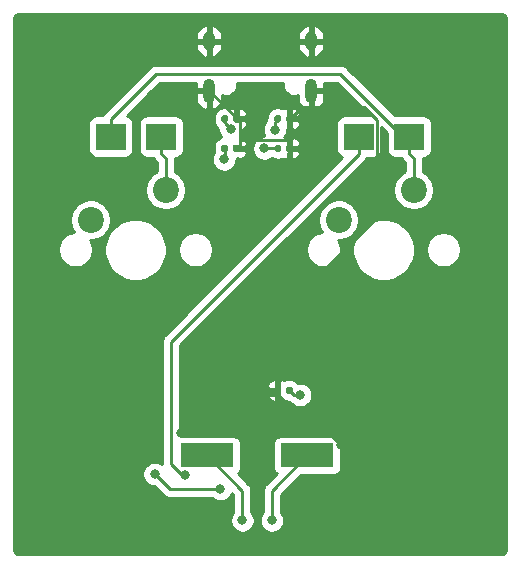
<source format=gbr>
%TF.GenerationSoftware,KiCad,Pcbnew,(5.1.12)-1*%
%TF.CreationDate,2024-08-07T21:15:05+08:00*%
%TF.ProjectId,BKL2xP,424b4c32-7850-42e6-9b69-6361645f7063,1.0*%
%TF.SameCoordinates,Original*%
%TF.FileFunction,Copper,L2,Bot*%
%TF.FilePolarity,Positive*%
%FSLAX46Y46*%
G04 Gerber Fmt 4.6, Leading zero omitted, Abs format (unit mm)*
G04 Created by KiCad (PCBNEW (5.1.12)-1) date 2024-08-07 21:15:05*
%MOMM*%
%LPD*%
G01*
G04 APERTURE LIST*
%TA.AperFunction,SMDPad,CuDef*%
%ADD10R,2.500000X2.300000*%
%TD*%
%TA.AperFunction,ComponentPad*%
%ADD11O,1.000000X2.100000*%
%TD*%
%TA.AperFunction,ComponentPad*%
%ADD12O,1.000000X1.600000*%
%TD*%
%TA.AperFunction,ComponentPad*%
%ADD13C,2.200000*%
%TD*%
%TA.AperFunction,SMDPad,CuDef*%
%ADD14R,4.500000X2.000000*%
%TD*%
%TA.AperFunction,ViaPad*%
%ADD15C,0.800000*%
%TD*%
%TA.AperFunction,Conductor*%
%ADD16C,0.250000*%
%TD*%
%TA.AperFunction,Conductor*%
%ADD17C,0.254000*%
%TD*%
%TA.AperFunction,Conductor*%
%ADD18C,0.100000*%
%TD*%
G04 APERTURE END LIST*
%TO.P,C8,2*%
%TO.N,GND*%
%TA.AperFunction,SMDPad,CuDef*%
G36*
G01*
X147680000Y-84670000D02*
X147680000Y-84330000D01*
G75*
G02*
X147820000Y-84190000I140000J0D01*
G01*
X148100000Y-84190000D01*
G75*
G02*
X148240000Y-84330000I0J-140000D01*
G01*
X148240000Y-84670000D01*
G75*
G02*
X148100000Y-84810000I-140000J0D01*
G01*
X147820000Y-84810000D01*
G75*
G02*
X147680000Y-84670000I0J140000D01*
G01*
G37*
%TD.AperFunction*%
%TO.P,C8,1*%
%TO.N,/DP*%
%TA.AperFunction,SMDPad,CuDef*%
G36*
G01*
X146720000Y-84670000D02*
X146720000Y-84330000D01*
G75*
G02*
X146860000Y-84190000I140000J0D01*
G01*
X147140000Y-84190000D01*
G75*
G02*
X147280000Y-84330000I0J-140000D01*
G01*
X147280000Y-84670000D01*
G75*
G02*
X147140000Y-84810000I-140000J0D01*
G01*
X146860000Y-84810000D01*
G75*
G02*
X146720000Y-84670000I0J140000D01*
G01*
G37*
%TD.AperFunction*%
%TD*%
%TO.P,C7,2*%
%TO.N,GND*%
%TA.AperFunction,SMDPad,CuDef*%
G36*
G01*
X152200000Y-84670000D02*
X152200000Y-84330000D01*
G75*
G02*
X152340000Y-84190000I140000J0D01*
G01*
X152620000Y-84190000D01*
G75*
G02*
X152760000Y-84330000I0J-140000D01*
G01*
X152760000Y-84670000D01*
G75*
G02*
X152620000Y-84810000I-140000J0D01*
G01*
X152340000Y-84810000D01*
G75*
G02*
X152200000Y-84670000I0J140000D01*
G01*
G37*
%TD.AperFunction*%
%TO.P,C7,1*%
%TO.N,/DM*%
%TA.AperFunction,SMDPad,CuDef*%
G36*
G01*
X151240000Y-84670000D02*
X151240000Y-84330000D01*
G75*
G02*
X151380000Y-84190000I140000J0D01*
G01*
X151660000Y-84190000D01*
G75*
G02*
X151800000Y-84330000I0J-140000D01*
G01*
X151800000Y-84670000D01*
G75*
G02*
X151660000Y-84810000I-140000J0D01*
G01*
X151380000Y-84810000D01*
G75*
G02*
X151240000Y-84670000I0J140000D01*
G01*
G37*
%TD.AperFunction*%
%TD*%
%TO.P,C3,2*%
%TO.N,GND*%
%TA.AperFunction,SMDPad,CuDef*%
G36*
G01*
X151800000Y-104830000D02*
X151800000Y-105170000D01*
G75*
G02*
X151660000Y-105310000I-140000J0D01*
G01*
X151380000Y-105310000D01*
G75*
G02*
X151240000Y-105170000I0J140000D01*
G01*
X151240000Y-104830000D01*
G75*
G02*
X151380000Y-104690000I140000J0D01*
G01*
X151660000Y-104690000D01*
G75*
G02*
X151800000Y-104830000I0J-140000D01*
G01*
G37*
%TD.AperFunction*%
%TO.P,C3,1*%
%TO.N,/VB*%
%TA.AperFunction,SMDPad,CuDef*%
G36*
G01*
X152760000Y-104830000D02*
X152760000Y-105170000D01*
G75*
G02*
X152620000Y-105310000I-140000J0D01*
G01*
X152340000Y-105310000D01*
G75*
G02*
X152200000Y-105170000I0J140000D01*
G01*
X152200000Y-104830000D01*
G75*
G02*
X152340000Y-104690000I140000J0D01*
G01*
X152620000Y-104690000D01*
G75*
G02*
X152760000Y-104830000I0J-140000D01*
G01*
G37*
%TD.AperFunction*%
%TD*%
D10*
%TO.P,D1,1*%
%TO.N,Net-(D1-Pad1)*%
X137350000Y-83500000D03*
%TO.P,D1,2*%
%TO.N,Net-(D1-Pad2)*%
X141650000Y-83500000D03*
%TD*%
%TO.P,D2,2*%
%TO.N,Net-(D1-Pad1)*%
X162650000Y-83500000D03*
%TO.P,D2,1*%
%TO.N,/R0*%
X158350000Y-83500000D03*
%TD*%
D11*
%TO.P,J1,S1*%
%TO.N,GND*%
X154320000Y-79605000D03*
X145680000Y-79605000D03*
D12*
X154320000Y-75425000D03*
X145680000Y-75425000D03*
%TD*%
%TO.P,R1,1*%
%TO.N,GND*%
%TA.AperFunction,SMDPad,CuDef*%
G36*
G01*
X152780000Y-81815000D02*
X152780000Y-82185000D01*
G75*
G02*
X152645000Y-82320000I-135000J0D01*
G01*
X152375000Y-82320000D01*
G75*
G02*
X152240000Y-82185000I0J135000D01*
G01*
X152240000Y-81815000D01*
G75*
G02*
X152375000Y-81680000I135000J0D01*
G01*
X152645000Y-81680000D01*
G75*
G02*
X152780000Y-81815000I0J-135000D01*
G01*
G37*
%TD.AperFunction*%
%TO.P,R1,2*%
%TO.N,Net-(J1-PadA5)*%
%TA.AperFunction,SMDPad,CuDef*%
G36*
G01*
X151760000Y-81815000D02*
X151760000Y-82185000D01*
G75*
G02*
X151625000Y-82320000I-135000J0D01*
G01*
X151355000Y-82320000D01*
G75*
G02*
X151220000Y-82185000I0J135000D01*
G01*
X151220000Y-81815000D01*
G75*
G02*
X151355000Y-81680000I135000J0D01*
G01*
X151625000Y-81680000D01*
G75*
G02*
X151760000Y-81815000I0J-135000D01*
G01*
G37*
%TD.AperFunction*%
%TD*%
%TO.P,R2,2*%
%TO.N,Net-(J1-PadB5)*%
%TA.AperFunction,SMDPad,CuDef*%
G36*
G01*
X147270000Y-81815000D02*
X147270000Y-82185000D01*
G75*
G02*
X147135000Y-82320000I-135000J0D01*
G01*
X146865000Y-82320000D01*
G75*
G02*
X146730000Y-82185000I0J135000D01*
G01*
X146730000Y-81815000D01*
G75*
G02*
X146865000Y-81680000I135000J0D01*
G01*
X147135000Y-81680000D01*
G75*
G02*
X147270000Y-81815000I0J-135000D01*
G01*
G37*
%TD.AperFunction*%
%TO.P,R2,1*%
%TO.N,GND*%
%TA.AperFunction,SMDPad,CuDef*%
G36*
G01*
X148290000Y-81815000D02*
X148290000Y-82185000D01*
G75*
G02*
X148155000Y-82320000I-135000J0D01*
G01*
X147885000Y-82320000D01*
G75*
G02*
X147750000Y-82185000I0J135000D01*
G01*
X147750000Y-81815000D01*
G75*
G02*
X147885000Y-81680000I135000J0D01*
G01*
X148155000Y-81680000D01*
G75*
G02*
X148290000Y-81815000I0J-135000D01*
G01*
G37*
%TD.AperFunction*%
%TD*%
D13*
%TO.P,SW1,2*%
%TO.N,/C0*%
X135650000Y-90540000D03*
%TO.P,SW1,1*%
%TO.N,Net-(D1-Pad2)*%
X142000000Y-88000000D03*
%TD*%
%TO.P,SW2,1*%
%TO.N,Net-(D1-Pad1)*%
X163000000Y-88000000D03*
%TO.P,SW2,2*%
%TO.N,/C1*%
X156650000Y-90540000D03*
%TD*%
D14*
%TO.P,Y1,1*%
%TO.N,Net-(C5-Pad1)*%
X145500000Y-110500000D03*
%TO.P,Y1,2*%
%TO.N,Net-(C4-Pad2)*%
X154000000Y-110500000D03*
%TD*%
D15*
%TO.N,GND*%
X143342600Y-108633000D03*
X156879700Y-109638800D03*
%TO.N,/VB*%
X153403800Y-105370600D03*
%TO.N,Net-(C4-Pad2)*%
X151000000Y-116000000D03*
%TO.N,Net-(C5-Pad1)*%
X148500000Y-116000000D03*
%TO.N,/R0*%
X143671400Y-112118300D03*
%TO.N,Net-(J1-PadB5)*%
X147517800Y-82903900D03*
%TO.N,/DP*%
X146955000Y-85436600D03*
%TO.N,/DM*%
X150358700Y-84500000D03*
%TO.N,Net-(J1-PadA5)*%
X151250000Y-82921000D03*
%TO.N,/RST*%
X146641800Y-113345900D03*
X141075300Y-112075300D03*
%TD*%
D16*
%TO.N,GND*%
X145680000Y-79605000D02*
X148020000Y-81945000D01*
X148020000Y-81945000D02*
X148020000Y-82000000D01*
X148020000Y-82000000D02*
X148273300Y-82253300D01*
X148273300Y-82253300D02*
X148273300Y-83770000D01*
X148273300Y-83770000D02*
X148273300Y-84186700D01*
X148273300Y-84186700D02*
X147960000Y-84500000D01*
X152480000Y-83770000D02*
X148273300Y-83770000D01*
X152480000Y-83770000D02*
X152480000Y-84500000D01*
X152510000Y-82000000D02*
X152480000Y-82030000D01*
X152480000Y-82030000D02*
X152480000Y-83770000D01*
X154320000Y-80980300D02*
X153529700Y-80980300D01*
X153529700Y-80980300D02*
X152510000Y-82000000D01*
X151520000Y-105382500D02*
X146593100Y-105382500D01*
X146593100Y-105382500D02*
X143342600Y-108633000D01*
X156879700Y-109638800D02*
X154575300Y-107334400D01*
X154575300Y-107334400D02*
X153471900Y-107334400D01*
X153471900Y-107334400D02*
X151520000Y-105382500D01*
X151520000Y-105382500D02*
X151520000Y-105000000D01*
X151520000Y-105000000D02*
X151520000Y-98731400D01*
X151520000Y-98731400D02*
X159925400Y-90326000D01*
X159925400Y-90326000D02*
X159925400Y-82123100D01*
X159925400Y-82123100D02*
X158782600Y-80980300D01*
X158782600Y-80980300D02*
X154320000Y-80980300D01*
X154320000Y-79605000D02*
X154320000Y-80980300D01*
%TO.N,/VB*%
X152480000Y-105000000D02*
X152850600Y-105370600D01*
X152850600Y-105370600D02*
X153403800Y-105370600D01*
%TO.N,Net-(C4-Pad2)*%
X151000000Y-116000000D02*
X151000000Y-113500000D01*
X151000000Y-113500000D02*
X154000000Y-110500000D01*
%TO.N,Net-(C5-Pad1)*%
X148500000Y-116000000D02*
X148500000Y-113500000D01*
X148500000Y-113500000D02*
X145500000Y-110500000D01*
%TO.N,Net-(D1-Pad1)*%
X137350000Y-83500000D02*
X137350000Y-82024700D01*
X162650000Y-84014700D02*
X156811900Y-78176600D01*
X156811900Y-78176600D02*
X141198100Y-78176600D01*
X141198100Y-78176600D02*
X137350000Y-82024700D01*
X162650000Y-84014700D02*
X162650000Y-84975300D01*
X162650000Y-83500000D02*
X162650000Y-84014700D01*
X163000000Y-88000000D02*
X163000000Y-85325300D01*
X163000000Y-85325300D02*
X162650000Y-84975300D01*
%TO.N,Net-(D1-Pad2)*%
X141650000Y-83500000D02*
X141650000Y-84975300D01*
X142000000Y-88000000D02*
X142000000Y-85325300D01*
X142000000Y-85325300D02*
X141650000Y-84975300D01*
%TO.N,/R0*%
X158350000Y-84975300D02*
X142450900Y-100874400D01*
X142450900Y-100874400D02*
X142450900Y-111214600D01*
X142450900Y-111214600D02*
X143354600Y-112118300D01*
X143354600Y-112118300D02*
X143671400Y-112118300D01*
X158350000Y-83500000D02*
X158350000Y-84975300D01*
%TO.N,Net-(J1-PadB5)*%
X147000000Y-82000000D02*
X147000000Y-82386100D01*
X147000000Y-82386100D02*
X147517800Y-82903900D01*
%TO.N,/DP*%
X147000000Y-84500000D02*
X147000000Y-85391600D01*
X147000000Y-85391600D02*
X146955000Y-85436600D01*
%TO.N,/DM*%
X151520000Y-84500000D02*
X150358700Y-84500000D01*
%TO.N,Net-(J1-PadA5)*%
X151490000Y-82000000D02*
X151250000Y-82240000D01*
X151250000Y-82240000D02*
X151250000Y-82921000D01*
%TO.N,/RST*%
X141075300Y-112075300D02*
X142345900Y-113345900D01*
X142345900Y-113345900D02*
X146641800Y-113345900D01*
%TD*%
D17*
%TO.N,GND*%
X170565424Y-73169580D02*
X170628356Y-73188580D01*
X170686405Y-73219445D01*
X170737343Y-73260989D01*
X170779248Y-73311644D01*
X170810515Y-73369471D01*
X170829956Y-73432272D01*
X170840001Y-73527845D01*
X170840000Y-118467721D01*
X170830420Y-118565424D01*
X170811420Y-118628357D01*
X170780554Y-118686406D01*
X170739011Y-118737343D01*
X170688356Y-118779248D01*
X170630529Y-118810515D01*
X170567728Y-118829956D01*
X170472165Y-118840000D01*
X129532279Y-118840000D01*
X129434576Y-118830420D01*
X129371643Y-118811420D01*
X129313594Y-118780554D01*
X129262657Y-118739011D01*
X129220752Y-118688356D01*
X129189485Y-118630529D01*
X129170044Y-118567728D01*
X129160000Y-118472165D01*
X129160000Y-92933740D01*
X132895000Y-92933740D01*
X132895000Y-93226260D01*
X132952068Y-93513158D01*
X133064010Y-93783411D01*
X133226525Y-94026632D01*
X133433368Y-94233475D01*
X133676589Y-94395990D01*
X133946842Y-94507932D01*
X134233740Y-94565000D01*
X134526260Y-94565000D01*
X134813158Y-94507932D01*
X135083411Y-94395990D01*
X135326632Y-94233475D01*
X135533475Y-94026632D01*
X135695990Y-93783411D01*
X135807932Y-93513158D01*
X135865000Y-93226260D01*
X135865000Y-92933740D01*
X135842471Y-92820475D01*
X136825000Y-92820475D01*
X136825000Y-93339525D01*
X136926261Y-93848601D01*
X137124893Y-94328141D01*
X137413262Y-94759715D01*
X137780285Y-95126738D01*
X138211859Y-95415107D01*
X138691399Y-95613739D01*
X139200475Y-95715000D01*
X139719525Y-95715000D01*
X140228601Y-95613739D01*
X140708141Y-95415107D01*
X141139715Y-95126738D01*
X141506738Y-94759715D01*
X141795107Y-94328141D01*
X141993739Y-93848601D01*
X142095000Y-93339525D01*
X142095000Y-92933740D01*
X143055000Y-92933740D01*
X143055000Y-93226260D01*
X143112068Y-93513158D01*
X143224010Y-93783411D01*
X143386525Y-94026632D01*
X143593368Y-94233475D01*
X143836589Y-94395990D01*
X144106842Y-94507932D01*
X144393740Y-94565000D01*
X144686260Y-94565000D01*
X144973158Y-94507932D01*
X145243411Y-94395990D01*
X145486632Y-94233475D01*
X145693475Y-94026632D01*
X145855990Y-93783411D01*
X145967932Y-93513158D01*
X146025000Y-93226260D01*
X146025000Y-92933740D01*
X145967932Y-92646842D01*
X145855990Y-92376589D01*
X145693475Y-92133368D01*
X145486632Y-91926525D01*
X145243411Y-91764010D01*
X144973158Y-91652068D01*
X144686260Y-91595000D01*
X144393740Y-91595000D01*
X144106842Y-91652068D01*
X143836589Y-91764010D01*
X143593368Y-91926525D01*
X143386525Y-92133368D01*
X143224010Y-92376589D01*
X143112068Y-92646842D01*
X143055000Y-92933740D01*
X142095000Y-92933740D01*
X142095000Y-92820475D01*
X141993739Y-92311399D01*
X141795107Y-91831859D01*
X141506738Y-91400285D01*
X141139715Y-91033262D01*
X140708141Y-90744893D01*
X140228601Y-90546261D01*
X139719525Y-90445000D01*
X139200475Y-90445000D01*
X138691399Y-90546261D01*
X138211859Y-90744893D01*
X137780285Y-91033262D01*
X137413262Y-91400285D01*
X137124893Y-91831859D01*
X136926261Y-92311399D01*
X136825000Y-92820475D01*
X135842471Y-92820475D01*
X135807932Y-92646842D01*
X135695990Y-92376589D01*
X135628110Y-92275000D01*
X135820883Y-92275000D01*
X136156081Y-92208325D01*
X136471831Y-92077537D01*
X136755998Y-91887663D01*
X136997663Y-91645998D01*
X137187537Y-91361831D01*
X137318325Y-91046081D01*
X137385000Y-90710883D01*
X137385000Y-90369117D01*
X137318325Y-90033919D01*
X137187537Y-89718169D01*
X136997663Y-89434002D01*
X136755998Y-89192337D01*
X136471831Y-89002463D01*
X136156081Y-88871675D01*
X135820883Y-88805000D01*
X135479117Y-88805000D01*
X135143919Y-88871675D01*
X134828169Y-89002463D01*
X134544002Y-89192337D01*
X134302337Y-89434002D01*
X134112463Y-89718169D01*
X133981675Y-90033919D01*
X133915000Y-90369117D01*
X133915000Y-90710883D01*
X133981675Y-91046081D01*
X134112463Y-91361831D01*
X134268261Y-91595000D01*
X134233740Y-91595000D01*
X133946842Y-91652068D01*
X133676589Y-91764010D01*
X133433368Y-91926525D01*
X133226525Y-92133368D01*
X133064010Y-92376589D01*
X132952068Y-92646842D01*
X132895000Y-92933740D01*
X129160000Y-92933740D01*
X129160000Y-82350000D01*
X135461928Y-82350000D01*
X135461928Y-84650000D01*
X135474188Y-84774482D01*
X135510498Y-84894180D01*
X135569463Y-85004494D01*
X135648815Y-85101185D01*
X135745506Y-85180537D01*
X135855820Y-85239502D01*
X135975518Y-85275812D01*
X136100000Y-85288072D01*
X138600000Y-85288072D01*
X138724482Y-85275812D01*
X138844180Y-85239502D01*
X138954494Y-85180537D01*
X139051185Y-85101185D01*
X139130537Y-85004494D01*
X139189502Y-84894180D01*
X139225812Y-84774482D01*
X139238072Y-84650000D01*
X139238072Y-82350000D01*
X139761928Y-82350000D01*
X139761928Y-84650000D01*
X139774188Y-84774482D01*
X139810498Y-84894180D01*
X139869463Y-85004494D01*
X139948815Y-85101185D01*
X140045506Y-85180537D01*
X140155820Y-85239502D01*
X140275518Y-85275812D01*
X140400000Y-85288072D01*
X140955425Y-85288072D01*
X141015026Y-85399576D01*
X141076340Y-85474286D01*
X141110000Y-85515301D01*
X141138998Y-85539099D01*
X141240001Y-85640102D01*
X141240001Y-86436852D01*
X141178169Y-86462463D01*
X140894002Y-86652337D01*
X140652337Y-86894002D01*
X140462463Y-87178169D01*
X140331675Y-87493919D01*
X140265000Y-87829117D01*
X140265000Y-88170883D01*
X140331675Y-88506081D01*
X140462463Y-88821831D01*
X140652337Y-89105998D01*
X140894002Y-89347663D01*
X141178169Y-89537537D01*
X141493919Y-89668325D01*
X141829117Y-89735000D01*
X142170883Y-89735000D01*
X142506081Y-89668325D01*
X142821831Y-89537537D01*
X143105998Y-89347663D01*
X143347663Y-89105998D01*
X143537537Y-88821831D01*
X143668325Y-88506081D01*
X143735000Y-88170883D01*
X143735000Y-87829117D01*
X143668325Y-87493919D01*
X143537537Y-87178169D01*
X143347663Y-86894002D01*
X143105998Y-86652337D01*
X142821831Y-86462463D01*
X142760000Y-86436852D01*
X142760000Y-85362625D01*
X142762754Y-85334661D01*
X145920000Y-85334661D01*
X145920000Y-85538539D01*
X145959774Y-85738498D01*
X146037795Y-85926856D01*
X146151063Y-86096374D01*
X146295226Y-86240537D01*
X146464744Y-86353805D01*
X146653102Y-86431826D01*
X146853061Y-86471600D01*
X147056939Y-86471600D01*
X147256898Y-86431826D01*
X147445256Y-86353805D01*
X147614774Y-86240537D01*
X147758937Y-86096374D01*
X147872205Y-85926856D01*
X147950226Y-85738498D01*
X147990000Y-85538539D01*
X147990000Y-85445000D01*
X148087002Y-85445000D01*
X148087002Y-85286252D01*
X148245750Y-85445000D01*
X148367348Y-85435235D01*
X148486878Y-85398377D01*
X148596921Y-85338908D01*
X148693247Y-85259113D01*
X148772156Y-85162059D01*
X148830614Y-85051476D01*
X148866375Y-84931613D01*
X148878065Y-84807077D01*
X148875000Y-84785750D01*
X148716250Y-84627000D01*
X148087000Y-84627000D01*
X148087000Y-84647000D01*
X147918072Y-84647000D01*
X147918072Y-84398061D01*
X149323700Y-84398061D01*
X149323700Y-84601939D01*
X149363474Y-84801898D01*
X149441495Y-84990256D01*
X149554763Y-85159774D01*
X149698926Y-85303937D01*
X149868444Y-85417205D01*
X150056802Y-85495226D01*
X150256761Y-85535000D01*
X150460639Y-85535000D01*
X150660598Y-85495226D01*
X150848956Y-85417205D01*
X150976217Y-85332172D01*
X151082245Y-85388845D01*
X151228206Y-85433122D01*
X151380000Y-85448072D01*
X151660000Y-85448072D01*
X151811794Y-85433122D01*
X151943491Y-85393172D01*
X151953122Y-85398377D01*
X152072652Y-85435235D01*
X152194250Y-85445000D01*
X152353000Y-85286250D01*
X152353000Y-85016108D01*
X152378845Y-84967755D01*
X152423122Y-84821794D01*
X152438072Y-84670000D01*
X152438072Y-84627000D01*
X152607000Y-84627000D01*
X152607000Y-85286250D01*
X152765750Y-85445000D01*
X152887348Y-85435235D01*
X153006878Y-85398377D01*
X153116921Y-85338908D01*
X153213247Y-85259113D01*
X153292156Y-85162059D01*
X153350614Y-85051476D01*
X153386375Y-84931613D01*
X153398065Y-84807077D01*
X153395000Y-84785750D01*
X153236250Y-84627000D01*
X152607000Y-84627000D01*
X152438072Y-84627000D01*
X152438072Y-84330000D01*
X152423122Y-84178206D01*
X152378845Y-84032245D01*
X152353000Y-83983892D01*
X152353000Y-83713750D01*
X152607000Y-83713750D01*
X152607000Y-84373000D01*
X153236250Y-84373000D01*
X153395000Y-84214250D01*
X153398065Y-84192923D01*
X153386375Y-84068387D01*
X153350614Y-83948524D01*
X153292156Y-83837941D01*
X153213247Y-83740887D01*
X153116921Y-83661092D01*
X153006878Y-83601623D01*
X152887348Y-83564765D01*
X152765750Y-83555000D01*
X152607000Y-83713750D01*
X152353000Y-83713750D01*
X152194250Y-83555000D01*
X152072652Y-83564765D01*
X152062553Y-83567879D01*
X152167205Y-83411256D01*
X152245226Y-83222898D01*
X152285000Y-83022939D01*
X152285000Y-82894250D01*
X152383000Y-82796250D01*
X152383000Y-82336538D01*
X152383218Y-82335819D01*
X152398072Y-82185000D01*
X152398072Y-82127000D01*
X152637000Y-82127000D01*
X152637000Y-82796250D01*
X152795750Y-82955000D01*
X152912202Y-82944226D01*
X153031442Y-82906441D01*
X153141020Y-82846118D01*
X153236724Y-82765578D01*
X153314876Y-82667914D01*
X153372473Y-82556879D01*
X153407301Y-82436742D01*
X153418023Y-82312119D01*
X153415000Y-82285750D01*
X153256250Y-82127000D01*
X152637000Y-82127000D01*
X152398072Y-82127000D01*
X152398072Y-81815000D01*
X152383218Y-81664181D01*
X152383000Y-81663462D01*
X152383000Y-81203750D01*
X152637000Y-81203750D01*
X152637000Y-81873000D01*
X153256250Y-81873000D01*
X153415000Y-81714250D01*
X153418023Y-81687881D01*
X153407301Y-81563258D01*
X153372473Y-81443121D01*
X153314876Y-81332086D01*
X153236724Y-81234422D01*
X153141020Y-81153882D01*
X153031442Y-81093559D01*
X152912202Y-81055774D01*
X152795750Y-81045000D01*
X152637000Y-81203750D01*
X152383000Y-81203750D01*
X152224250Y-81045000D01*
X152107798Y-81055774D01*
X151988558Y-81093559D01*
X151948549Y-81115584D01*
X151920842Y-81100775D01*
X151775819Y-81056782D01*
X151625000Y-81041928D01*
X151355000Y-81041928D01*
X151204181Y-81056782D01*
X151059158Y-81100775D01*
X150925504Y-81172214D01*
X150808356Y-81268356D01*
X150712214Y-81385504D01*
X150640775Y-81519158D01*
X150596782Y-81664181D01*
X150581928Y-81815000D01*
X150581928Y-81877646D01*
X150570613Y-81898815D01*
X150544454Y-81947754D01*
X150500997Y-82091015D01*
X150490000Y-82202668D01*
X150490000Y-82202678D01*
X150488404Y-82218885D01*
X150446063Y-82261226D01*
X150332795Y-82430744D01*
X150254774Y-82619102D01*
X150215000Y-82819061D01*
X150215000Y-83022939D01*
X150254774Y-83222898D01*
X150332795Y-83411256D01*
X150368705Y-83465000D01*
X150256761Y-83465000D01*
X150056802Y-83504774D01*
X149868444Y-83582795D01*
X149698926Y-83696063D01*
X149554763Y-83840226D01*
X149441495Y-84009744D01*
X149363474Y-84198102D01*
X149323700Y-84398061D01*
X147918072Y-84398061D01*
X147918072Y-84353000D01*
X148087000Y-84353000D01*
X148087000Y-84373000D01*
X148716250Y-84373000D01*
X148875000Y-84214250D01*
X148878065Y-84192923D01*
X148866375Y-84068387D01*
X148830614Y-83948524D01*
X148772156Y-83837941D01*
X148693247Y-83740887D01*
X148596921Y-83661092D01*
X148486878Y-83601623D01*
X148367348Y-83564765D01*
X148323368Y-83561233D01*
X148435005Y-83394156D01*
X148513026Y-83205798D01*
X148552800Y-83005839D01*
X148552800Y-82900188D01*
X148651020Y-82846118D01*
X148746724Y-82765578D01*
X148824876Y-82667914D01*
X148882473Y-82556879D01*
X148917301Y-82436742D01*
X148928023Y-82312119D01*
X148925000Y-82285750D01*
X148766250Y-82127000D01*
X148204611Y-82127000D01*
X148177574Y-82099963D01*
X148008056Y-81986695D01*
X147908072Y-81945280D01*
X147908072Y-81815000D01*
X147893218Y-81664181D01*
X147893000Y-81663462D01*
X147893000Y-81203750D01*
X148147000Y-81203750D01*
X148147000Y-81873000D01*
X148766250Y-81873000D01*
X148925000Y-81714250D01*
X148928023Y-81687881D01*
X148917301Y-81563258D01*
X148882473Y-81443121D01*
X148824876Y-81332086D01*
X148746724Y-81234422D01*
X148651020Y-81153882D01*
X148541442Y-81093559D01*
X148422202Y-81055774D01*
X148305750Y-81045000D01*
X148147000Y-81203750D01*
X147893000Y-81203750D01*
X147734250Y-81045000D01*
X147617798Y-81055774D01*
X147498558Y-81093559D01*
X147458549Y-81115584D01*
X147430842Y-81100775D01*
X147285819Y-81056782D01*
X147135000Y-81041928D01*
X146865000Y-81041928D01*
X146714181Y-81056782D01*
X146569158Y-81100775D01*
X146435504Y-81172214D01*
X146318356Y-81268356D01*
X146222214Y-81385504D01*
X146150775Y-81519158D01*
X146106782Y-81664181D01*
X146091928Y-81815000D01*
X146091928Y-82185000D01*
X146106782Y-82335819D01*
X146150775Y-82480842D01*
X146222214Y-82614496D01*
X146318356Y-82731644D01*
X146326526Y-82738349D01*
X146365026Y-82810376D01*
X146459999Y-82926101D01*
X146482800Y-82944813D01*
X146482800Y-83005839D01*
X146522574Y-83205798D01*
X146600595Y-83394156D01*
X146713863Y-83563674D01*
X146716273Y-83566084D01*
X146708206Y-83566878D01*
X146562245Y-83611155D01*
X146427726Y-83683057D01*
X146309820Y-83779820D01*
X146213057Y-83897726D01*
X146141155Y-84032245D01*
X146096878Y-84178206D01*
X146081928Y-84330000D01*
X146081928Y-84670000D01*
X146096878Y-84821794D01*
X146104415Y-84846640D01*
X146037795Y-84946344D01*
X145959774Y-85134702D01*
X145920000Y-85334661D01*
X142762754Y-85334661D01*
X142763676Y-85325300D01*
X142760010Y-85288072D01*
X142900000Y-85288072D01*
X143024482Y-85275812D01*
X143144180Y-85239502D01*
X143254494Y-85180537D01*
X143351185Y-85101185D01*
X143430537Y-85004494D01*
X143489502Y-84894180D01*
X143525812Y-84774482D01*
X143538072Y-84650000D01*
X143538072Y-82350000D01*
X143525812Y-82225518D01*
X143489502Y-82105820D01*
X143430537Y-81995506D01*
X143351185Y-81898815D01*
X143254494Y-81819463D01*
X143144180Y-81760498D01*
X143024482Y-81724188D01*
X142900000Y-81711928D01*
X140400000Y-81711928D01*
X140275518Y-81724188D01*
X140155820Y-81760498D01*
X140045506Y-81819463D01*
X139948815Y-81898815D01*
X139869463Y-81995506D01*
X139810498Y-82105820D01*
X139774188Y-82225518D01*
X139761928Y-82350000D01*
X139238072Y-82350000D01*
X139225812Y-82225518D01*
X139189502Y-82105820D01*
X139130537Y-81995506D01*
X139051185Y-81898815D01*
X138954494Y-81819463D01*
X138844180Y-81760498D01*
X138725120Y-81724381D01*
X140717501Y-79732000D01*
X144545000Y-79732000D01*
X144545000Y-80282000D01*
X144591585Y-80500987D01*
X144679997Y-80706678D01*
X144806839Y-80891169D01*
X144967236Y-81047369D01*
X145155024Y-81169276D01*
X145378126Y-81249119D01*
X145553000Y-81122954D01*
X145553000Y-79732000D01*
X144545000Y-79732000D01*
X140717501Y-79732000D01*
X141512902Y-78936600D01*
X144545000Y-78936600D01*
X144545000Y-79478000D01*
X145553000Y-79478000D01*
X145553000Y-79458000D01*
X145807000Y-79458000D01*
X145807000Y-79478000D01*
X145827000Y-79478000D01*
X145827000Y-79732000D01*
X145807000Y-79732000D01*
X145807000Y-81122954D01*
X145981874Y-81249119D01*
X146204976Y-81169276D01*
X146392764Y-81047369D01*
X146553161Y-80891169D01*
X146680003Y-80706678D01*
X146768415Y-80500987D01*
X146815000Y-80282000D01*
X146815000Y-80021904D01*
X146829978Y-80028108D01*
X147015448Y-80065000D01*
X147204552Y-80065000D01*
X147390022Y-80028108D01*
X147564731Y-79955741D01*
X147721964Y-79850681D01*
X147855681Y-79716964D01*
X147960741Y-79559731D01*
X148033108Y-79385022D01*
X148070000Y-79199552D01*
X148070000Y-79010448D01*
X148055311Y-78936600D01*
X151944689Y-78936600D01*
X151930000Y-79010448D01*
X151930000Y-79199552D01*
X151966892Y-79385022D01*
X152039259Y-79559731D01*
X152144319Y-79716964D01*
X152278036Y-79850681D01*
X152435269Y-79955741D01*
X152609978Y-80028108D01*
X152795448Y-80065000D01*
X152984552Y-80065000D01*
X153170022Y-80028108D01*
X153185000Y-80021904D01*
X153185000Y-80282000D01*
X153231585Y-80500987D01*
X153319997Y-80706678D01*
X153446839Y-80891169D01*
X153607236Y-81047369D01*
X153795024Y-81169276D01*
X154018126Y-81249119D01*
X154193000Y-81122954D01*
X154193000Y-79732000D01*
X154447000Y-79732000D01*
X154447000Y-81122954D01*
X154621874Y-81249119D01*
X154844976Y-81169276D01*
X155032764Y-81047369D01*
X155193161Y-80891169D01*
X155320003Y-80706678D01*
X155408415Y-80500987D01*
X155455000Y-80282000D01*
X155455000Y-79732000D01*
X154447000Y-79732000D01*
X154193000Y-79732000D01*
X154173000Y-79732000D01*
X154173000Y-79478000D01*
X154193000Y-79478000D01*
X154193000Y-79458000D01*
X154447000Y-79458000D01*
X154447000Y-79478000D01*
X155455000Y-79478000D01*
X155455000Y-78936600D01*
X156497099Y-78936600D01*
X159272426Y-81711928D01*
X157100000Y-81711928D01*
X156975518Y-81724188D01*
X156855820Y-81760498D01*
X156745506Y-81819463D01*
X156648815Y-81898815D01*
X156569463Y-81995506D01*
X156510498Y-82105820D01*
X156474188Y-82225518D01*
X156461928Y-82350000D01*
X156461928Y-84650000D01*
X156474188Y-84774482D01*
X156510498Y-84894180D01*
X156569463Y-85004494D01*
X156648815Y-85101185D01*
X156745506Y-85180537D01*
X156855820Y-85239502D01*
X156974880Y-85275618D01*
X141939903Y-100310596D01*
X141910899Y-100334399D01*
X141855771Y-100401574D01*
X141815926Y-100450124D01*
X141745355Y-100582153D01*
X141745354Y-100582154D01*
X141701897Y-100725415D01*
X141690900Y-100837068D01*
X141690900Y-100837078D01*
X141687224Y-100874400D01*
X141690900Y-100911722D01*
X141690901Y-111177268D01*
X141687224Y-111214600D01*
X141689838Y-111241137D01*
X141565556Y-111158095D01*
X141377198Y-111080074D01*
X141177239Y-111040300D01*
X140973361Y-111040300D01*
X140773402Y-111080074D01*
X140585044Y-111158095D01*
X140415526Y-111271363D01*
X140271363Y-111415526D01*
X140158095Y-111585044D01*
X140080074Y-111773402D01*
X140040300Y-111973361D01*
X140040300Y-112177239D01*
X140080074Y-112377198D01*
X140158095Y-112565556D01*
X140271363Y-112735074D01*
X140415526Y-112879237D01*
X140585044Y-112992505D01*
X140773402Y-113070526D01*
X140973361Y-113110300D01*
X141035499Y-113110300D01*
X141782101Y-113856903D01*
X141805899Y-113885901D01*
X141921624Y-113980874D01*
X142053653Y-114051446D01*
X142196914Y-114094903D01*
X142308567Y-114105900D01*
X142308575Y-114105900D01*
X142345900Y-114109576D01*
X142383225Y-114105900D01*
X145938089Y-114105900D01*
X145982026Y-114149837D01*
X146151544Y-114263105D01*
X146339902Y-114341126D01*
X146539861Y-114380900D01*
X146743739Y-114380900D01*
X146943698Y-114341126D01*
X147132056Y-114263105D01*
X147301574Y-114149837D01*
X147445737Y-114005674D01*
X147559005Y-113836156D01*
X147618272Y-113693074D01*
X147740001Y-113814803D01*
X147740000Y-115296289D01*
X147696063Y-115340226D01*
X147582795Y-115509744D01*
X147504774Y-115698102D01*
X147465000Y-115898061D01*
X147465000Y-116101939D01*
X147504774Y-116301898D01*
X147582795Y-116490256D01*
X147696063Y-116659774D01*
X147840226Y-116803937D01*
X148009744Y-116917205D01*
X148198102Y-116995226D01*
X148398061Y-117035000D01*
X148601939Y-117035000D01*
X148801898Y-116995226D01*
X148990256Y-116917205D01*
X149159774Y-116803937D01*
X149303937Y-116659774D01*
X149417205Y-116490256D01*
X149495226Y-116301898D01*
X149535000Y-116101939D01*
X149535000Y-115898061D01*
X149965000Y-115898061D01*
X149965000Y-116101939D01*
X150004774Y-116301898D01*
X150082795Y-116490256D01*
X150196063Y-116659774D01*
X150340226Y-116803937D01*
X150509744Y-116917205D01*
X150698102Y-116995226D01*
X150898061Y-117035000D01*
X151101939Y-117035000D01*
X151301898Y-116995226D01*
X151490256Y-116917205D01*
X151659774Y-116803937D01*
X151803937Y-116659774D01*
X151917205Y-116490256D01*
X151995226Y-116301898D01*
X152035000Y-116101939D01*
X152035000Y-115898061D01*
X151995226Y-115698102D01*
X151917205Y-115509744D01*
X151803937Y-115340226D01*
X151760000Y-115296289D01*
X151760000Y-113814801D01*
X153436730Y-112138072D01*
X156250000Y-112138072D01*
X156374482Y-112125812D01*
X156494180Y-112089502D01*
X156604494Y-112030537D01*
X156701185Y-111951185D01*
X156780537Y-111854494D01*
X156839502Y-111744180D01*
X156875812Y-111624482D01*
X156888072Y-111500000D01*
X156888072Y-109500000D01*
X156875812Y-109375518D01*
X156839502Y-109255820D01*
X156780537Y-109145506D01*
X156701185Y-109048815D01*
X156604494Y-108969463D01*
X156494180Y-108910498D01*
X156374482Y-108874188D01*
X156250000Y-108861928D01*
X151750000Y-108861928D01*
X151625518Y-108874188D01*
X151505820Y-108910498D01*
X151395506Y-108969463D01*
X151298815Y-109048815D01*
X151219463Y-109145506D01*
X151160498Y-109255820D01*
X151124188Y-109375518D01*
X151111928Y-109500000D01*
X151111928Y-111500000D01*
X151124188Y-111624482D01*
X151160498Y-111744180D01*
X151219463Y-111854494D01*
X151298815Y-111951185D01*
X151395042Y-112030156D01*
X150488998Y-112936201D01*
X150460000Y-112959999D01*
X150436202Y-112988997D01*
X150436201Y-112988998D01*
X150365026Y-113075724D01*
X150294454Y-113207754D01*
X150264180Y-113307558D01*
X150250998Y-113351014D01*
X150240001Y-113462667D01*
X150236324Y-113500000D01*
X150240001Y-113537332D01*
X150240000Y-115296289D01*
X150196063Y-115340226D01*
X150082795Y-115509744D01*
X150004774Y-115698102D01*
X149965000Y-115898061D01*
X149535000Y-115898061D01*
X149495226Y-115698102D01*
X149417205Y-115509744D01*
X149303937Y-115340226D01*
X149260000Y-115296289D01*
X149260000Y-113537325D01*
X149263676Y-113500000D01*
X149260000Y-113462675D01*
X149260000Y-113462667D01*
X149249003Y-113351014D01*
X149205546Y-113207753D01*
X149134974Y-113075724D01*
X149040001Y-112959999D01*
X149011003Y-112936201D01*
X148104958Y-112030156D01*
X148201185Y-111951185D01*
X148280537Y-111854494D01*
X148339502Y-111744180D01*
X148375812Y-111624482D01*
X148388072Y-111500000D01*
X148388072Y-109500000D01*
X148375812Y-109375518D01*
X148339502Y-109255820D01*
X148280537Y-109145506D01*
X148201185Y-109048815D01*
X148104494Y-108969463D01*
X147994180Y-108910498D01*
X147874482Y-108874188D01*
X147750000Y-108861928D01*
X143250000Y-108861928D01*
X143210900Y-108865779D01*
X143210900Y-105307077D01*
X150601935Y-105307077D01*
X150613625Y-105431613D01*
X150649386Y-105551476D01*
X150707844Y-105662059D01*
X150786753Y-105759113D01*
X150883079Y-105838908D01*
X150993122Y-105898377D01*
X151112652Y-105935235D01*
X151234250Y-105945000D01*
X151393000Y-105786250D01*
X151393000Y-105127000D01*
X150763750Y-105127000D01*
X150605000Y-105285750D01*
X150601935Y-105307077D01*
X143210900Y-105307077D01*
X143210900Y-104692923D01*
X150601935Y-104692923D01*
X150605000Y-104714250D01*
X150763750Y-104873000D01*
X151393000Y-104873000D01*
X151393000Y-104830000D01*
X151561928Y-104830000D01*
X151561928Y-105170000D01*
X151576878Y-105321794D01*
X151621155Y-105467755D01*
X151647000Y-105516108D01*
X151647000Y-105786250D01*
X151805750Y-105945000D01*
X151927348Y-105935235D01*
X152046878Y-105898377D01*
X152056509Y-105893172D01*
X152188206Y-105933122D01*
X152340000Y-105948072D01*
X152356258Y-105948072D01*
X152426324Y-106005574D01*
X152558353Y-106076146D01*
X152683640Y-106114151D01*
X152744026Y-106174537D01*
X152913544Y-106287805D01*
X153101902Y-106365826D01*
X153301861Y-106405600D01*
X153505739Y-106405600D01*
X153705698Y-106365826D01*
X153894056Y-106287805D01*
X154063574Y-106174537D01*
X154207737Y-106030374D01*
X154321005Y-105860856D01*
X154399026Y-105672498D01*
X154438800Y-105472539D01*
X154438800Y-105268661D01*
X154399026Y-105068702D01*
X154321005Y-104880344D01*
X154207737Y-104710826D01*
X154063574Y-104566663D01*
X153894056Y-104453395D01*
X153705698Y-104375374D01*
X153505739Y-104335600D01*
X153301861Y-104335600D01*
X153228013Y-104350289D01*
X153170180Y-104279820D01*
X153052274Y-104183057D01*
X152917755Y-104111155D01*
X152771794Y-104066878D01*
X152620000Y-104051928D01*
X152340000Y-104051928D01*
X152188206Y-104066878D01*
X152056509Y-104106828D01*
X152046878Y-104101623D01*
X151927348Y-104064765D01*
X151805750Y-104055000D01*
X151647000Y-104213750D01*
X151647000Y-104483892D01*
X151621155Y-104532245D01*
X151576878Y-104678206D01*
X151561928Y-104830000D01*
X151393000Y-104830000D01*
X151393000Y-104213750D01*
X151234250Y-104055000D01*
X151112652Y-104064765D01*
X150993122Y-104101623D01*
X150883079Y-104161092D01*
X150786753Y-104240887D01*
X150707844Y-104337941D01*
X150649386Y-104448524D01*
X150613625Y-104568387D01*
X150601935Y-104692923D01*
X143210900Y-104692923D01*
X143210900Y-101189201D01*
X151466361Y-92933740D01*
X153895000Y-92933740D01*
X153895000Y-93226260D01*
X153952068Y-93513158D01*
X154064010Y-93783411D01*
X154226525Y-94026632D01*
X154433368Y-94233475D01*
X154676589Y-94395990D01*
X154946842Y-94507932D01*
X155233740Y-94565000D01*
X155526260Y-94565000D01*
X155813158Y-94507932D01*
X156083411Y-94395990D01*
X156326632Y-94233475D01*
X156533475Y-94026632D01*
X156695990Y-93783411D01*
X156807932Y-93513158D01*
X156865000Y-93226260D01*
X156865000Y-92933740D01*
X156842471Y-92820475D01*
X157825000Y-92820475D01*
X157825000Y-93339525D01*
X157926261Y-93848601D01*
X158124893Y-94328141D01*
X158413262Y-94759715D01*
X158780285Y-95126738D01*
X159211859Y-95415107D01*
X159691399Y-95613739D01*
X160200475Y-95715000D01*
X160719525Y-95715000D01*
X161228601Y-95613739D01*
X161708141Y-95415107D01*
X162139715Y-95126738D01*
X162506738Y-94759715D01*
X162795107Y-94328141D01*
X162993739Y-93848601D01*
X163095000Y-93339525D01*
X163095000Y-92933740D01*
X164055000Y-92933740D01*
X164055000Y-93226260D01*
X164112068Y-93513158D01*
X164224010Y-93783411D01*
X164386525Y-94026632D01*
X164593368Y-94233475D01*
X164836589Y-94395990D01*
X165106842Y-94507932D01*
X165393740Y-94565000D01*
X165686260Y-94565000D01*
X165973158Y-94507932D01*
X166243411Y-94395990D01*
X166486632Y-94233475D01*
X166693475Y-94026632D01*
X166855990Y-93783411D01*
X166967932Y-93513158D01*
X167025000Y-93226260D01*
X167025000Y-92933740D01*
X166967932Y-92646842D01*
X166855990Y-92376589D01*
X166693475Y-92133368D01*
X166486632Y-91926525D01*
X166243411Y-91764010D01*
X165973158Y-91652068D01*
X165686260Y-91595000D01*
X165393740Y-91595000D01*
X165106842Y-91652068D01*
X164836589Y-91764010D01*
X164593368Y-91926525D01*
X164386525Y-92133368D01*
X164224010Y-92376589D01*
X164112068Y-92646842D01*
X164055000Y-92933740D01*
X163095000Y-92933740D01*
X163095000Y-92820475D01*
X162993739Y-92311399D01*
X162795107Y-91831859D01*
X162506738Y-91400285D01*
X162139715Y-91033262D01*
X161708141Y-90744893D01*
X161228601Y-90546261D01*
X160719525Y-90445000D01*
X160200475Y-90445000D01*
X159691399Y-90546261D01*
X159211859Y-90744893D01*
X158780285Y-91033262D01*
X158413262Y-91400285D01*
X158124893Y-91831859D01*
X157926261Y-92311399D01*
X157825000Y-92820475D01*
X156842471Y-92820475D01*
X156807932Y-92646842D01*
X156695990Y-92376589D01*
X156628110Y-92275000D01*
X156820883Y-92275000D01*
X157156081Y-92208325D01*
X157471831Y-92077537D01*
X157755998Y-91887663D01*
X157997663Y-91645998D01*
X158187537Y-91361831D01*
X158318325Y-91046081D01*
X158385000Y-90710883D01*
X158385000Y-90369117D01*
X158318325Y-90033919D01*
X158187537Y-89718169D01*
X157997663Y-89434002D01*
X157755998Y-89192337D01*
X157471831Y-89002463D01*
X157156081Y-88871675D01*
X156820883Y-88805000D01*
X156479117Y-88805000D01*
X156143919Y-88871675D01*
X155828169Y-89002463D01*
X155544002Y-89192337D01*
X155302337Y-89434002D01*
X155112463Y-89718169D01*
X154981675Y-90033919D01*
X154915000Y-90369117D01*
X154915000Y-90710883D01*
X154981675Y-91046081D01*
X155112463Y-91361831D01*
X155268261Y-91595000D01*
X155233740Y-91595000D01*
X154946842Y-91652068D01*
X154676589Y-91764010D01*
X154433368Y-91926525D01*
X154226525Y-92133368D01*
X154064010Y-92376589D01*
X153952068Y-92646842D01*
X153895000Y-92933740D01*
X151466361Y-92933740D01*
X158861003Y-85539099D01*
X158890001Y-85515301D01*
X158984974Y-85399576D01*
X159044575Y-85288072D01*
X159600000Y-85288072D01*
X159724482Y-85275812D01*
X159844180Y-85239502D01*
X159954494Y-85180537D01*
X160051185Y-85101185D01*
X160130537Y-85004494D01*
X160189502Y-84894180D01*
X160225812Y-84774482D01*
X160238072Y-84650000D01*
X160238072Y-82677574D01*
X160761928Y-83201430D01*
X160761928Y-84650000D01*
X160774188Y-84774482D01*
X160810498Y-84894180D01*
X160869463Y-85004494D01*
X160948815Y-85101185D01*
X161045506Y-85180537D01*
X161155820Y-85239502D01*
X161275518Y-85275812D01*
X161400000Y-85288072D01*
X161955425Y-85288072D01*
X162015026Y-85399576D01*
X162076340Y-85474286D01*
X162110000Y-85515301D01*
X162138998Y-85539099D01*
X162240001Y-85640102D01*
X162240001Y-86436852D01*
X162178169Y-86462463D01*
X161894002Y-86652337D01*
X161652337Y-86894002D01*
X161462463Y-87178169D01*
X161331675Y-87493919D01*
X161265000Y-87829117D01*
X161265000Y-88170883D01*
X161331675Y-88506081D01*
X161462463Y-88821831D01*
X161652337Y-89105998D01*
X161894002Y-89347663D01*
X162178169Y-89537537D01*
X162493919Y-89668325D01*
X162829117Y-89735000D01*
X163170883Y-89735000D01*
X163506081Y-89668325D01*
X163821831Y-89537537D01*
X164105998Y-89347663D01*
X164347663Y-89105998D01*
X164537537Y-88821831D01*
X164668325Y-88506081D01*
X164735000Y-88170883D01*
X164735000Y-87829117D01*
X164668325Y-87493919D01*
X164537537Y-87178169D01*
X164347663Y-86894002D01*
X164105998Y-86652337D01*
X163821831Y-86462463D01*
X163760000Y-86436852D01*
X163760000Y-85362625D01*
X163763676Y-85325300D01*
X163760010Y-85288072D01*
X163900000Y-85288072D01*
X164024482Y-85275812D01*
X164144180Y-85239502D01*
X164254494Y-85180537D01*
X164351185Y-85101185D01*
X164430537Y-85004494D01*
X164489502Y-84894180D01*
X164525812Y-84774482D01*
X164538072Y-84650000D01*
X164538072Y-82350000D01*
X164525812Y-82225518D01*
X164489502Y-82105820D01*
X164430537Y-81995506D01*
X164351185Y-81898815D01*
X164254494Y-81819463D01*
X164144180Y-81760498D01*
X164024482Y-81724188D01*
X163900000Y-81711928D01*
X161422030Y-81711928D01*
X157375704Y-77665603D01*
X157351901Y-77636599D01*
X157236176Y-77541626D01*
X157104147Y-77471054D01*
X156960886Y-77427597D01*
X156849233Y-77416600D01*
X156849222Y-77416600D01*
X156811900Y-77412924D01*
X156774578Y-77416600D01*
X141235422Y-77416600D01*
X141198099Y-77412924D01*
X141160776Y-77416600D01*
X141160767Y-77416600D01*
X141049114Y-77427597D01*
X140905853Y-77471054D01*
X140773824Y-77541626D01*
X140658099Y-77636599D01*
X140634301Y-77665597D01*
X136838998Y-81460901D01*
X136810000Y-81484699D01*
X136786202Y-81513697D01*
X136786201Y-81513698D01*
X136715026Y-81600424D01*
X136655425Y-81711928D01*
X136100000Y-81711928D01*
X135975518Y-81724188D01*
X135855820Y-81760498D01*
X135745506Y-81819463D01*
X135648815Y-81898815D01*
X135569463Y-81995506D01*
X135510498Y-82105820D01*
X135474188Y-82225518D01*
X135461928Y-82350000D01*
X129160000Y-82350000D01*
X129160000Y-75552000D01*
X144545000Y-75552000D01*
X144545000Y-75852000D01*
X144591585Y-76070987D01*
X144679997Y-76276678D01*
X144806839Y-76461169D01*
X144967236Y-76617369D01*
X145155024Y-76739276D01*
X145378126Y-76819119D01*
X145553000Y-76692954D01*
X145553000Y-75552000D01*
X145807000Y-75552000D01*
X145807000Y-76692954D01*
X145981874Y-76819119D01*
X146204976Y-76739276D01*
X146392764Y-76617369D01*
X146553161Y-76461169D01*
X146680003Y-76276678D01*
X146768415Y-76070987D01*
X146815000Y-75852000D01*
X146815000Y-75552000D01*
X153185000Y-75552000D01*
X153185000Y-75852000D01*
X153231585Y-76070987D01*
X153319997Y-76276678D01*
X153446839Y-76461169D01*
X153607236Y-76617369D01*
X153795024Y-76739276D01*
X154018126Y-76819119D01*
X154193000Y-76692954D01*
X154193000Y-75552000D01*
X154447000Y-75552000D01*
X154447000Y-76692954D01*
X154621874Y-76819119D01*
X154844976Y-76739276D01*
X155032764Y-76617369D01*
X155193161Y-76461169D01*
X155320003Y-76276678D01*
X155408415Y-76070987D01*
X155455000Y-75852000D01*
X155455000Y-75552000D01*
X154447000Y-75552000D01*
X154193000Y-75552000D01*
X153185000Y-75552000D01*
X146815000Y-75552000D01*
X145807000Y-75552000D01*
X145553000Y-75552000D01*
X144545000Y-75552000D01*
X129160000Y-75552000D01*
X129160000Y-74998000D01*
X144545000Y-74998000D01*
X144545000Y-75298000D01*
X145553000Y-75298000D01*
X145553000Y-74157046D01*
X145807000Y-74157046D01*
X145807000Y-75298000D01*
X146815000Y-75298000D01*
X146815000Y-74998000D01*
X153185000Y-74998000D01*
X153185000Y-75298000D01*
X154193000Y-75298000D01*
X154193000Y-74157046D01*
X154447000Y-74157046D01*
X154447000Y-75298000D01*
X155455000Y-75298000D01*
X155455000Y-74998000D01*
X155408415Y-74779013D01*
X155320003Y-74573322D01*
X155193161Y-74388831D01*
X155032764Y-74232631D01*
X154844976Y-74110724D01*
X154621874Y-74030881D01*
X154447000Y-74157046D01*
X154193000Y-74157046D01*
X154018126Y-74030881D01*
X153795024Y-74110724D01*
X153607236Y-74232631D01*
X153446839Y-74388831D01*
X153319997Y-74573322D01*
X153231585Y-74779013D01*
X153185000Y-74998000D01*
X146815000Y-74998000D01*
X146768415Y-74779013D01*
X146680003Y-74573322D01*
X146553161Y-74388831D01*
X146392764Y-74232631D01*
X146204976Y-74110724D01*
X145981874Y-74030881D01*
X145807000Y-74157046D01*
X145553000Y-74157046D01*
X145378126Y-74030881D01*
X145155024Y-74110724D01*
X144967236Y-74232631D01*
X144806839Y-74388831D01*
X144679997Y-74573322D01*
X144591585Y-74779013D01*
X144545000Y-74998000D01*
X129160000Y-74998000D01*
X129160000Y-73532279D01*
X129169580Y-73434576D01*
X129188580Y-73371644D01*
X129219445Y-73313595D01*
X129260989Y-73262657D01*
X129311644Y-73220752D01*
X129369471Y-73189485D01*
X129432272Y-73170044D01*
X129527835Y-73160000D01*
X170467721Y-73160000D01*
X170565424Y-73169580D01*
%TA.AperFunction,Conductor*%
D18*
G36*
X170565424Y-73169580D02*
G01*
X170628356Y-73188580D01*
X170686405Y-73219445D01*
X170737343Y-73260989D01*
X170779248Y-73311644D01*
X170810515Y-73369471D01*
X170829956Y-73432272D01*
X170840001Y-73527845D01*
X170840000Y-118467721D01*
X170830420Y-118565424D01*
X170811420Y-118628357D01*
X170780554Y-118686406D01*
X170739011Y-118737343D01*
X170688356Y-118779248D01*
X170630529Y-118810515D01*
X170567728Y-118829956D01*
X170472165Y-118840000D01*
X129532279Y-118840000D01*
X129434576Y-118830420D01*
X129371643Y-118811420D01*
X129313594Y-118780554D01*
X129262657Y-118739011D01*
X129220752Y-118688356D01*
X129189485Y-118630529D01*
X129170044Y-118567728D01*
X129160000Y-118472165D01*
X129160000Y-92933740D01*
X132895000Y-92933740D01*
X132895000Y-93226260D01*
X132952068Y-93513158D01*
X133064010Y-93783411D01*
X133226525Y-94026632D01*
X133433368Y-94233475D01*
X133676589Y-94395990D01*
X133946842Y-94507932D01*
X134233740Y-94565000D01*
X134526260Y-94565000D01*
X134813158Y-94507932D01*
X135083411Y-94395990D01*
X135326632Y-94233475D01*
X135533475Y-94026632D01*
X135695990Y-93783411D01*
X135807932Y-93513158D01*
X135865000Y-93226260D01*
X135865000Y-92933740D01*
X135842471Y-92820475D01*
X136825000Y-92820475D01*
X136825000Y-93339525D01*
X136926261Y-93848601D01*
X137124893Y-94328141D01*
X137413262Y-94759715D01*
X137780285Y-95126738D01*
X138211859Y-95415107D01*
X138691399Y-95613739D01*
X139200475Y-95715000D01*
X139719525Y-95715000D01*
X140228601Y-95613739D01*
X140708141Y-95415107D01*
X141139715Y-95126738D01*
X141506738Y-94759715D01*
X141795107Y-94328141D01*
X141993739Y-93848601D01*
X142095000Y-93339525D01*
X142095000Y-92933740D01*
X143055000Y-92933740D01*
X143055000Y-93226260D01*
X143112068Y-93513158D01*
X143224010Y-93783411D01*
X143386525Y-94026632D01*
X143593368Y-94233475D01*
X143836589Y-94395990D01*
X144106842Y-94507932D01*
X144393740Y-94565000D01*
X144686260Y-94565000D01*
X144973158Y-94507932D01*
X145243411Y-94395990D01*
X145486632Y-94233475D01*
X145693475Y-94026632D01*
X145855990Y-93783411D01*
X145967932Y-93513158D01*
X146025000Y-93226260D01*
X146025000Y-92933740D01*
X145967932Y-92646842D01*
X145855990Y-92376589D01*
X145693475Y-92133368D01*
X145486632Y-91926525D01*
X145243411Y-91764010D01*
X144973158Y-91652068D01*
X144686260Y-91595000D01*
X144393740Y-91595000D01*
X144106842Y-91652068D01*
X143836589Y-91764010D01*
X143593368Y-91926525D01*
X143386525Y-92133368D01*
X143224010Y-92376589D01*
X143112068Y-92646842D01*
X143055000Y-92933740D01*
X142095000Y-92933740D01*
X142095000Y-92820475D01*
X141993739Y-92311399D01*
X141795107Y-91831859D01*
X141506738Y-91400285D01*
X141139715Y-91033262D01*
X140708141Y-90744893D01*
X140228601Y-90546261D01*
X139719525Y-90445000D01*
X139200475Y-90445000D01*
X138691399Y-90546261D01*
X138211859Y-90744893D01*
X137780285Y-91033262D01*
X137413262Y-91400285D01*
X137124893Y-91831859D01*
X136926261Y-92311399D01*
X136825000Y-92820475D01*
X135842471Y-92820475D01*
X135807932Y-92646842D01*
X135695990Y-92376589D01*
X135628110Y-92275000D01*
X135820883Y-92275000D01*
X136156081Y-92208325D01*
X136471831Y-92077537D01*
X136755998Y-91887663D01*
X136997663Y-91645998D01*
X137187537Y-91361831D01*
X137318325Y-91046081D01*
X137385000Y-90710883D01*
X137385000Y-90369117D01*
X137318325Y-90033919D01*
X137187537Y-89718169D01*
X136997663Y-89434002D01*
X136755998Y-89192337D01*
X136471831Y-89002463D01*
X136156081Y-88871675D01*
X135820883Y-88805000D01*
X135479117Y-88805000D01*
X135143919Y-88871675D01*
X134828169Y-89002463D01*
X134544002Y-89192337D01*
X134302337Y-89434002D01*
X134112463Y-89718169D01*
X133981675Y-90033919D01*
X133915000Y-90369117D01*
X133915000Y-90710883D01*
X133981675Y-91046081D01*
X134112463Y-91361831D01*
X134268261Y-91595000D01*
X134233740Y-91595000D01*
X133946842Y-91652068D01*
X133676589Y-91764010D01*
X133433368Y-91926525D01*
X133226525Y-92133368D01*
X133064010Y-92376589D01*
X132952068Y-92646842D01*
X132895000Y-92933740D01*
X129160000Y-92933740D01*
X129160000Y-82350000D01*
X135461928Y-82350000D01*
X135461928Y-84650000D01*
X135474188Y-84774482D01*
X135510498Y-84894180D01*
X135569463Y-85004494D01*
X135648815Y-85101185D01*
X135745506Y-85180537D01*
X135855820Y-85239502D01*
X135975518Y-85275812D01*
X136100000Y-85288072D01*
X138600000Y-85288072D01*
X138724482Y-85275812D01*
X138844180Y-85239502D01*
X138954494Y-85180537D01*
X139051185Y-85101185D01*
X139130537Y-85004494D01*
X139189502Y-84894180D01*
X139225812Y-84774482D01*
X139238072Y-84650000D01*
X139238072Y-82350000D01*
X139761928Y-82350000D01*
X139761928Y-84650000D01*
X139774188Y-84774482D01*
X139810498Y-84894180D01*
X139869463Y-85004494D01*
X139948815Y-85101185D01*
X140045506Y-85180537D01*
X140155820Y-85239502D01*
X140275518Y-85275812D01*
X140400000Y-85288072D01*
X140955425Y-85288072D01*
X141015026Y-85399576D01*
X141076340Y-85474286D01*
X141110000Y-85515301D01*
X141138998Y-85539099D01*
X141240001Y-85640102D01*
X141240001Y-86436852D01*
X141178169Y-86462463D01*
X140894002Y-86652337D01*
X140652337Y-86894002D01*
X140462463Y-87178169D01*
X140331675Y-87493919D01*
X140265000Y-87829117D01*
X140265000Y-88170883D01*
X140331675Y-88506081D01*
X140462463Y-88821831D01*
X140652337Y-89105998D01*
X140894002Y-89347663D01*
X141178169Y-89537537D01*
X141493919Y-89668325D01*
X141829117Y-89735000D01*
X142170883Y-89735000D01*
X142506081Y-89668325D01*
X142821831Y-89537537D01*
X143105998Y-89347663D01*
X143347663Y-89105998D01*
X143537537Y-88821831D01*
X143668325Y-88506081D01*
X143735000Y-88170883D01*
X143735000Y-87829117D01*
X143668325Y-87493919D01*
X143537537Y-87178169D01*
X143347663Y-86894002D01*
X143105998Y-86652337D01*
X142821831Y-86462463D01*
X142760000Y-86436852D01*
X142760000Y-85362625D01*
X142762754Y-85334661D01*
X145920000Y-85334661D01*
X145920000Y-85538539D01*
X145959774Y-85738498D01*
X146037795Y-85926856D01*
X146151063Y-86096374D01*
X146295226Y-86240537D01*
X146464744Y-86353805D01*
X146653102Y-86431826D01*
X146853061Y-86471600D01*
X147056939Y-86471600D01*
X147256898Y-86431826D01*
X147445256Y-86353805D01*
X147614774Y-86240537D01*
X147758937Y-86096374D01*
X147872205Y-85926856D01*
X147950226Y-85738498D01*
X147990000Y-85538539D01*
X147990000Y-85445000D01*
X148087002Y-85445000D01*
X148087002Y-85286252D01*
X148245750Y-85445000D01*
X148367348Y-85435235D01*
X148486878Y-85398377D01*
X148596921Y-85338908D01*
X148693247Y-85259113D01*
X148772156Y-85162059D01*
X148830614Y-85051476D01*
X148866375Y-84931613D01*
X148878065Y-84807077D01*
X148875000Y-84785750D01*
X148716250Y-84627000D01*
X148087000Y-84627000D01*
X148087000Y-84647000D01*
X147918072Y-84647000D01*
X147918072Y-84398061D01*
X149323700Y-84398061D01*
X149323700Y-84601939D01*
X149363474Y-84801898D01*
X149441495Y-84990256D01*
X149554763Y-85159774D01*
X149698926Y-85303937D01*
X149868444Y-85417205D01*
X150056802Y-85495226D01*
X150256761Y-85535000D01*
X150460639Y-85535000D01*
X150660598Y-85495226D01*
X150848956Y-85417205D01*
X150976217Y-85332172D01*
X151082245Y-85388845D01*
X151228206Y-85433122D01*
X151380000Y-85448072D01*
X151660000Y-85448072D01*
X151811794Y-85433122D01*
X151943491Y-85393172D01*
X151953122Y-85398377D01*
X152072652Y-85435235D01*
X152194250Y-85445000D01*
X152353000Y-85286250D01*
X152353000Y-85016108D01*
X152378845Y-84967755D01*
X152423122Y-84821794D01*
X152438072Y-84670000D01*
X152438072Y-84627000D01*
X152607000Y-84627000D01*
X152607000Y-85286250D01*
X152765750Y-85445000D01*
X152887348Y-85435235D01*
X153006878Y-85398377D01*
X153116921Y-85338908D01*
X153213247Y-85259113D01*
X153292156Y-85162059D01*
X153350614Y-85051476D01*
X153386375Y-84931613D01*
X153398065Y-84807077D01*
X153395000Y-84785750D01*
X153236250Y-84627000D01*
X152607000Y-84627000D01*
X152438072Y-84627000D01*
X152438072Y-84330000D01*
X152423122Y-84178206D01*
X152378845Y-84032245D01*
X152353000Y-83983892D01*
X152353000Y-83713750D01*
X152607000Y-83713750D01*
X152607000Y-84373000D01*
X153236250Y-84373000D01*
X153395000Y-84214250D01*
X153398065Y-84192923D01*
X153386375Y-84068387D01*
X153350614Y-83948524D01*
X153292156Y-83837941D01*
X153213247Y-83740887D01*
X153116921Y-83661092D01*
X153006878Y-83601623D01*
X152887348Y-83564765D01*
X152765750Y-83555000D01*
X152607000Y-83713750D01*
X152353000Y-83713750D01*
X152194250Y-83555000D01*
X152072652Y-83564765D01*
X152062553Y-83567879D01*
X152167205Y-83411256D01*
X152245226Y-83222898D01*
X152285000Y-83022939D01*
X152285000Y-82894250D01*
X152383000Y-82796250D01*
X152383000Y-82336538D01*
X152383218Y-82335819D01*
X152398072Y-82185000D01*
X152398072Y-82127000D01*
X152637000Y-82127000D01*
X152637000Y-82796250D01*
X152795750Y-82955000D01*
X152912202Y-82944226D01*
X153031442Y-82906441D01*
X153141020Y-82846118D01*
X153236724Y-82765578D01*
X153314876Y-82667914D01*
X153372473Y-82556879D01*
X153407301Y-82436742D01*
X153418023Y-82312119D01*
X153415000Y-82285750D01*
X153256250Y-82127000D01*
X152637000Y-82127000D01*
X152398072Y-82127000D01*
X152398072Y-81815000D01*
X152383218Y-81664181D01*
X152383000Y-81663462D01*
X152383000Y-81203750D01*
X152637000Y-81203750D01*
X152637000Y-81873000D01*
X153256250Y-81873000D01*
X153415000Y-81714250D01*
X153418023Y-81687881D01*
X153407301Y-81563258D01*
X153372473Y-81443121D01*
X153314876Y-81332086D01*
X153236724Y-81234422D01*
X153141020Y-81153882D01*
X153031442Y-81093559D01*
X152912202Y-81055774D01*
X152795750Y-81045000D01*
X152637000Y-81203750D01*
X152383000Y-81203750D01*
X152224250Y-81045000D01*
X152107798Y-81055774D01*
X151988558Y-81093559D01*
X151948549Y-81115584D01*
X151920842Y-81100775D01*
X151775819Y-81056782D01*
X151625000Y-81041928D01*
X151355000Y-81041928D01*
X151204181Y-81056782D01*
X151059158Y-81100775D01*
X150925504Y-81172214D01*
X150808356Y-81268356D01*
X150712214Y-81385504D01*
X150640775Y-81519158D01*
X150596782Y-81664181D01*
X150581928Y-81815000D01*
X150581928Y-81877646D01*
X150570613Y-81898815D01*
X150544454Y-81947754D01*
X150500997Y-82091015D01*
X150490000Y-82202668D01*
X150490000Y-82202678D01*
X150488404Y-82218885D01*
X150446063Y-82261226D01*
X150332795Y-82430744D01*
X150254774Y-82619102D01*
X150215000Y-82819061D01*
X150215000Y-83022939D01*
X150254774Y-83222898D01*
X150332795Y-83411256D01*
X150368705Y-83465000D01*
X150256761Y-83465000D01*
X150056802Y-83504774D01*
X149868444Y-83582795D01*
X149698926Y-83696063D01*
X149554763Y-83840226D01*
X149441495Y-84009744D01*
X149363474Y-84198102D01*
X149323700Y-84398061D01*
X147918072Y-84398061D01*
X147918072Y-84353000D01*
X148087000Y-84353000D01*
X148087000Y-84373000D01*
X148716250Y-84373000D01*
X148875000Y-84214250D01*
X148878065Y-84192923D01*
X148866375Y-84068387D01*
X148830614Y-83948524D01*
X148772156Y-83837941D01*
X148693247Y-83740887D01*
X148596921Y-83661092D01*
X148486878Y-83601623D01*
X148367348Y-83564765D01*
X148323368Y-83561233D01*
X148435005Y-83394156D01*
X148513026Y-83205798D01*
X148552800Y-83005839D01*
X148552800Y-82900188D01*
X148651020Y-82846118D01*
X148746724Y-82765578D01*
X148824876Y-82667914D01*
X148882473Y-82556879D01*
X148917301Y-82436742D01*
X148928023Y-82312119D01*
X148925000Y-82285750D01*
X148766250Y-82127000D01*
X148204611Y-82127000D01*
X148177574Y-82099963D01*
X148008056Y-81986695D01*
X147908072Y-81945280D01*
X147908072Y-81815000D01*
X147893218Y-81664181D01*
X147893000Y-81663462D01*
X147893000Y-81203750D01*
X148147000Y-81203750D01*
X148147000Y-81873000D01*
X148766250Y-81873000D01*
X148925000Y-81714250D01*
X148928023Y-81687881D01*
X148917301Y-81563258D01*
X148882473Y-81443121D01*
X148824876Y-81332086D01*
X148746724Y-81234422D01*
X148651020Y-81153882D01*
X148541442Y-81093559D01*
X148422202Y-81055774D01*
X148305750Y-81045000D01*
X148147000Y-81203750D01*
X147893000Y-81203750D01*
X147734250Y-81045000D01*
X147617798Y-81055774D01*
X147498558Y-81093559D01*
X147458549Y-81115584D01*
X147430842Y-81100775D01*
X147285819Y-81056782D01*
X147135000Y-81041928D01*
X146865000Y-81041928D01*
X146714181Y-81056782D01*
X146569158Y-81100775D01*
X146435504Y-81172214D01*
X146318356Y-81268356D01*
X146222214Y-81385504D01*
X146150775Y-81519158D01*
X146106782Y-81664181D01*
X146091928Y-81815000D01*
X146091928Y-82185000D01*
X146106782Y-82335819D01*
X146150775Y-82480842D01*
X146222214Y-82614496D01*
X146318356Y-82731644D01*
X146326526Y-82738349D01*
X146365026Y-82810376D01*
X146459999Y-82926101D01*
X146482800Y-82944813D01*
X146482800Y-83005839D01*
X146522574Y-83205798D01*
X146600595Y-83394156D01*
X146713863Y-83563674D01*
X146716273Y-83566084D01*
X146708206Y-83566878D01*
X146562245Y-83611155D01*
X146427726Y-83683057D01*
X146309820Y-83779820D01*
X146213057Y-83897726D01*
X146141155Y-84032245D01*
X146096878Y-84178206D01*
X146081928Y-84330000D01*
X146081928Y-84670000D01*
X146096878Y-84821794D01*
X146104415Y-84846640D01*
X146037795Y-84946344D01*
X145959774Y-85134702D01*
X145920000Y-85334661D01*
X142762754Y-85334661D01*
X142763676Y-85325300D01*
X142760010Y-85288072D01*
X142900000Y-85288072D01*
X143024482Y-85275812D01*
X143144180Y-85239502D01*
X143254494Y-85180537D01*
X143351185Y-85101185D01*
X143430537Y-85004494D01*
X143489502Y-84894180D01*
X143525812Y-84774482D01*
X143538072Y-84650000D01*
X143538072Y-82350000D01*
X143525812Y-82225518D01*
X143489502Y-82105820D01*
X143430537Y-81995506D01*
X143351185Y-81898815D01*
X143254494Y-81819463D01*
X143144180Y-81760498D01*
X143024482Y-81724188D01*
X142900000Y-81711928D01*
X140400000Y-81711928D01*
X140275518Y-81724188D01*
X140155820Y-81760498D01*
X140045506Y-81819463D01*
X139948815Y-81898815D01*
X139869463Y-81995506D01*
X139810498Y-82105820D01*
X139774188Y-82225518D01*
X139761928Y-82350000D01*
X139238072Y-82350000D01*
X139225812Y-82225518D01*
X139189502Y-82105820D01*
X139130537Y-81995506D01*
X139051185Y-81898815D01*
X138954494Y-81819463D01*
X138844180Y-81760498D01*
X138725120Y-81724381D01*
X140717501Y-79732000D01*
X144545000Y-79732000D01*
X144545000Y-80282000D01*
X144591585Y-80500987D01*
X144679997Y-80706678D01*
X144806839Y-80891169D01*
X144967236Y-81047369D01*
X145155024Y-81169276D01*
X145378126Y-81249119D01*
X145553000Y-81122954D01*
X145553000Y-79732000D01*
X144545000Y-79732000D01*
X140717501Y-79732000D01*
X141512902Y-78936600D01*
X144545000Y-78936600D01*
X144545000Y-79478000D01*
X145553000Y-79478000D01*
X145553000Y-79458000D01*
X145807000Y-79458000D01*
X145807000Y-79478000D01*
X145827000Y-79478000D01*
X145827000Y-79732000D01*
X145807000Y-79732000D01*
X145807000Y-81122954D01*
X145981874Y-81249119D01*
X146204976Y-81169276D01*
X146392764Y-81047369D01*
X146553161Y-80891169D01*
X146680003Y-80706678D01*
X146768415Y-80500987D01*
X146815000Y-80282000D01*
X146815000Y-80021904D01*
X146829978Y-80028108D01*
X147015448Y-80065000D01*
X147204552Y-80065000D01*
X147390022Y-80028108D01*
X147564731Y-79955741D01*
X147721964Y-79850681D01*
X147855681Y-79716964D01*
X147960741Y-79559731D01*
X148033108Y-79385022D01*
X148070000Y-79199552D01*
X148070000Y-79010448D01*
X148055311Y-78936600D01*
X151944689Y-78936600D01*
X151930000Y-79010448D01*
X151930000Y-79199552D01*
X151966892Y-79385022D01*
X152039259Y-79559731D01*
X152144319Y-79716964D01*
X152278036Y-79850681D01*
X152435269Y-79955741D01*
X152609978Y-80028108D01*
X152795448Y-80065000D01*
X152984552Y-80065000D01*
X153170022Y-80028108D01*
X153185000Y-80021904D01*
X153185000Y-80282000D01*
X153231585Y-80500987D01*
X153319997Y-80706678D01*
X153446839Y-80891169D01*
X153607236Y-81047369D01*
X153795024Y-81169276D01*
X154018126Y-81249119D01*
X154193000Y-81122954D01*
X154193000Y-79732000D01*
X154447000Y-79732000D01*
X154447000Y-81122954D01*
X154621874Y-81249119D01*
X154844976Y-81169276D01*
X155032764Y-81047369D01*
X155193161Y-80891169D01*
X155320003Y-80706678D01*
X155408415Y-80500987D01*
X155455000Y-80282000D01*
X155455000Y-79732000D01*
X154447000Y-79732000D01*
X154193000Y-79732000D01*
X154173000Y-79732000D01*
X154173000Y-79478000D01*
X154193000Y-79478000D01*
X154193000Y-79458000D01*
X154447000Y-79458000D01*
X154447000Y-79478000D01*
X155455000Y-79478000D01*
X155455000Y-78936600D01*
X156497099Y-78936600D01*
X159272426Y-81711928D01*
X157100000Y-81711928D01*
X156975518Y-81724188D01*
X156855820Y-81760498D01*
X156745506Y-81819463D01*
X156648815Y-81898815D01*
X156569463Y-81995506D01*
X156510498Y-82105820D01*
X156474188Y-82225518D01*
X156461928Y-82350000D01*
X156461928Y-84650000D01*
X156474188Y-84774482D01*
X156510498Y-84894180D01*
X156569463Y-85004494D01*
X156648815Y-85101185D01*
X156745506Y-85180537D01*
X156855820Y-85239502D01*
X156974880Y-85275618D01*
X141939903Y-100310596D01*
X141910899Y-100334399D01*
X141855771Y-100401574D01*
X141815926Y-100450124D01*
X141745355Y-100582153D01*
X141745354Y-100582154D01*
X141701897Y-100725415D01*
X141690900Y-100837068D01*
X141690900Y-100837078D01*
X141687224Y-100874400D01*
X141690900Y-100911722D01*
X141690901Y-111177268D01*
X141687224Y-111214600D01*
X141689838Y-111241137D01*
X141565556Y-111158095D01*
X141377198Y-111080074D01*
X141177239Y-111040300D01*
X140973361Y-111040300D01*
X140773402Y-111080074D01*
X140585044Y-111158095D01*
X140415526Y-111271363D01*
X140271363Y-111415526D01*
X140158095Y-111585044D01*
X140080074Y-111773402D01*
X140040300Y-111973361D01*
X140040300Y-112177239D01*
X140080074Y-112377198D01*
X140158095Y-112565556D01*
X140271363Y-112735074D01*
X140415526Y-112879237D01*
X140585044Y-112992505D01*
X140773402Y-113070526D01*
X140973361Y-113110300D01*
X141035499Y-113110300D01*
X141782101Y-113856903D01*
X141805899Y-113885901D01*
X141921624Y-113980874D01*
X142053653Y-114051446D01*
X142196914Y-114094903D01*
X142308567Y-114105900D01*
X142308575Y-114105900D01*
X142345900Y-114109576D01*
X142383225Y-114105900D01*
X145938089Y-114105900D01*
X145982026Y-114149837D01*
X146151544Y-114263105D01*
X146339902Y-114341126D01*
X146539861Y-114380900D01*
X146743739Y-114380900D01*
X146943698Y-114341126D01*
X147132056Y-114263105D01*
X147301574Y-114149837D01*
X147445737Y-114005674D01*
X147559005Y-113836156D01*
X147618272Y-113693074D01*
X147740001Y-113814803D01*
X147740000Y-115296289D01*
X147696063Y-115340226D01*
X147582795Y-115509744D01*
X147504774Y-115698102D01*
X147465000Y-115898061D01*
X147465000Y-116101939D01*
X147504774Y-116301898D01*
X147582795Y-116490256D01*
X147696063Y-116659774D01*
X147840226Y-116803937D01*
X148009744Y-116917205D01*
X148198102Y-116995226D01*
X148398061Y-117035000D01*
X148601939Y-117035000D01*
X148801898Y-116995226D01*
X148990256Y-116917205D01*
X149159774Y-116803937D01*
X149303937Y-116659774D01*
X149417205Y-116490256D01*
X149495226Y-116301898D01*
X149535000Y-116101939D01*
X149535000Y-115898061D01*
X149965000Y-115898061D01*
X149965000Y-116101939D01*
X150004774Y-116301898D01*
X150082795Y-116490256D01*
X150196063Y-116659774D01*
X150340226Y-116803937D01*
X150509744Y-116917205D01*
X150698102Y-116995226D01*
X150898061Y-117035000D01*
X151101939Y-117035000D01*
X151301898Y-116995226D01*
X151490256Y-116917205D01*
X151659774Y-116803937D01*
X151803937Y-116659774D01*
X151917205Y-116490256D01*
X151995226Y-116301898D01*
X152035000Y-116101939D01*
X152035000Y-115898061D01*
X151995226Y-115698102D01*
X151917205Y-115509744D01*
X151803937Y-115340226D01*
X151760000Y-115296289D01*
X151760000Y-113814801D01*
X153436730Y-112138072D01*
X156250000Y-112138072D01*
X156374482Y-112125812D01*
X156494180Y-112089502D01*
X156604494Y-112030537D01*
X156701185Y-111951185D01*
X156780537Y-111854494D01*
X156839502Y-111744180D01*
X156875812Y-111624482D01*
X156888072Y-111500000D01*
X156888072Y-109500000D01*
X156875812Y-109375518D01*
X156839502Y-109255820D01*
X156780537Y-109145506D01*
X156701185Y-109048815D01*
X156604494Y-108969463D01*
X156494180Y-108910498D01*
X156374482Y-108874188D01*
X156250000Y-108861928D01*
X151750000Y-108861928D01*
X151625518Y-108874188D01*
X151505820Y-108910498D01*
X151395506Y-108969463D01*
X151298815Y-109048815D01*
X151219463Y-109145506D01*
X151160498Y-109255820D01*
X151124188Y-109375518D01*
X151111928Y-109500000D01*
X151111928Y-111500000D01*
X151124188Y-111624482D01*
X151160498Y-111744180D01*
X151219463Y-111854494D01*
X151298815Y-111951185D01*
X151395042Y-112030156D01*
X150488998Y-112936201D01*
X150460000Y-112959999D01*
X150436202Y-112988997D01*
X150436201Y-112988998D01*
X150365026Y-113075724D01*
X150294454Y-113207754D01*
X150264180Y-113307558D01*
X150250998Y-113351014D01*
X150240001Y-113462667D01*
X150236324Y-113500000D01*
X150240001Y-113537332D01*
X150240000Y-115296289D01*
X150196063Y-115340226D01*
X150082795Y-115509744D01*
X150004774Y-115698102D01*
X149965000Y-115898061D01*
X149535000Y-115898061D01*
X149495226Y-115698102D01*
X149417205Y-115509744D01*
X149303937Y-115340226D01*
X149260000Y-115296289D01*
X149260000Y-113537325D01*
X149263676Y-113500000D01*
X149260000Y-113462675D01*
X149260000Y-113462667D01*
X149249003Y-113351014D01*
X149205546Y-113207753D01*
X149134974Y-113075724D01*
X149040001Y-112959999D01*
X149011003Y-112936201D01*
X148104958Y-112030156D01*
X148201185Y-111951185D01*
X148280537Y-111854494D01*
X148339502Y-111744180D01*
X148375812Y-111624482D01*
X148388072Y-111500000D01*
X148388072Y-109500000D01*
X148375812Y-109375518D01*
X148339502Y-109255820D01*
X148280537Y-109145506D01*
X148201185Y-109048815D01*
X148104494Y-108969463D01*
X147994180Y-108910498D01*
X147874482Y-108874188D01*
X147750000Y-108861928D01*
X143250000Y-108861928D01*
X143210900Y-108865779D01*
X143210900Y-105307077D01*
X150601935Y-105307077D01*
X150613625Y-105431613D01*
X150649386Y-105551476D01*
X150707844Y-105662059D01*
X150786753Y-105759113D01*
X150883079Y-105838908D01*
X150993122Y-105898377D01*
X151112652Y-105935235D01*
X151234250Y-105945000D01*
X151393000Y-105786250D01*
X151393000Y-105127000D01*
X150763750Y-105127000D01*
X150605000Y-105285750D01*
X150601935Y-105307077D01*
X143210900Y-105307077D01*
X143210900Y-104692923D01*
X150601935Y-104692923D01*
X150605000Y-104714250D01*
X150763750Y-104873000D01*
X151393000Y-104873000D01*
X151393000Y-104830000D01*
X151561928Y-104830000D01*
X151561928Y-105170000D01*
X151576878Y-105321794D01*
X151621155Y-105467755D01*
X151647000Y-105516108D01*
X151647000Y-105786250D01*
X151805750Y-105945000D01*
X151927348Y-105935235D01*
X152046878Y-105898377D01*
X152056509Y-105893172D01*
X152188206Y-105933122D01*
X152340000Y-105948072D01*
X152356258Y-105948072D01*
X152426324Y-106005574D01*
X152558353Y-106076146D01*
X152683640Y-106114151D01*
X152744026Y-106174537D01*
X152913544Y-106287805D01*
X153101902Y-106365826D01*
X153301861Y-106405600D01*
X153505739Y-106405600D01*
X153705698Y-106365826D01*
X153894056Y-106287805D01*
X154063574Y-106174537D01*
X154207737Y-106030374D01*
X154321005Y-105860856D01*
X154399026Y-105672498D01*
X154438800Y-105472539D01*
X154438800Y-105268661D01*
X154399026Y-105068702D01*
X154321005Y-104880344D01*
X154207737Y-104710826D01*
X154063574Y-104566663D01*
X153894056Y-104453395D01*
X153705698Y-104375374D01*
X153505739Y-104335600D01*
X153301861Y-104335600D01*
X153228013Y-104350289D01*
X153170180Y-104279820D01*
X153052274Y-104183057D01*
X152917755Y-104111155D01*
X152771794Y-104066878D01*
X152620000Y-104051928D01*
X152340000Y-104051928D01*
X152188206Y-104066878D01*
X152056509Y-104106828D01*
X152046878Y-104101623D01*
X151927348Y-104064765D01*
X151805750Y-104055000D01*
X151647000Y-104213750D01*
X151647000Y-104483892D01*
X151621155Y-104532245D01*
X151576878Y-104678206D01*
X151561928Y-104830000D01*
X151393000Y-104830000D01*
X151393000Y-104213750D01*
X151234250Y-104055000D01*
X151112652Y-104064765D01*
X150993122Y-104101623D01*
X150883079Y-104161092D01*
X150786753Y-104240887D01*
X150707844Y-104337941D01*
X150649386Y-104448524D01*
X150613625Y-104568387D01*
X150601935Y-104692923D01*
X143210900Y-104692923D01*
X143210900Y-101189201D01*
X151466361Y-92933740D01*
X153895000Y-92933740D01*
X153895000Y-93226260D01*
X153952068Y-93513158D01*
X154064010Y-93783411D01*
X154226525Y-94026632D01*
X154433368Y-94233475D01*
X154676589Y-94395990D01*
X154946842Y-94507932D01*
X155233740Y-94565000D01*
X155526260Y-94565000D01*
X155813158Y-94507932D01*
X156083411Y-94395990D01*
X156326632Y-94233475D01*
X156533475Y-94026632D01*
X156695990Y-93783411D01*
X156807932Y-93513158D01*
X156865000Y-93226260D01*
X156865000Y-92933740D01*
X156842471Y-92820475D01*
X157825000Y-92820475D01*
X157825000Y-93339525D01*
X157926261Y-93848601D01*
X158124893Y-94328141D01*
X158413262Y-94759715D01*
X158780285Y-95126738D01*
X159211859Y-95415107D01*
X159691399Y-95613739D01*
X160200475Y-95715000D01*
X160719525Y-95715000D01*
X161228601Y-95613739D01*
X161708141Y-95415107D01*
X162139715Y-95126738D01*
X162506738Y-94759715D01*
X162795107Y-94328141D01*
X162993739Y-93848601D01*
X163095000Y-93339525D01*
X163095000Y-92933740D01*
X164055000Y-92933740D01*
X164055000Y-93226260D01*
X164112068Y-93513158D01*
X164224010Y-93783411D01*
X164386525Y-94026632D01*
X164593368Y-94233475D01*
X164836589Y-94395990D01*
X165106842Y-94507932D01*
X165393740Y-94565000D01*
X165686260Y-94565000D01*
X165973158Y-94507932D01*
X166243411Y-94395990D01*
X166486632Y-94233475D01*
X166693475Y-94026632D01*
X166855990Y-93783411D01*
X166967932Y-93513158D01*
X167025000Y-93226260D01*
X167025000Y-92933740D01*
X166967932Y-92646842D01*
X166855990Y-92376589D01*
X166693475Y-92133368D01*
X166486632Y-91926525D01*
X166243411Y-91764010D01*
X165973158Y-91652068D01*
X165686260Y-91595000D01*
X165393740Y-91595000D01*
X165106842Y-91652068D01*
X164836589Y-91764010D01*
X164593368Y-91926525D01*
X164386525Y-92133368D01*
X164224010Y-92376589D01*
X164112068Y-92646842D01*
X164055000Y-92933740D01*
X163095000Y-92933740D01*
X163095000Y-92820475D01*
X162993739Y-92311399D01*
X162795107Y-91831859D01*
X162506738Y-91400285D01*
X162139715Y-91033262D01*
X161708141Y-90744893D01*
X161228601Y-90546261D01*
X160719525Y-90445000D01*
X160200475Y-90445000D01*
X159691399Y-90546261D01*
X159211859Y-90744893D01*
X158780285Y-91033262D01*
X158413262Y-91400285D01*
X158124893Y-91831859D01*
X157926261Y-92311399D01*
X157825000Y-92820475D01*
X156842471Y-92820475D01*
X156807932Y-92646842D01*
X156695990Y-92376589D01*
X156628110Y-92275000D01*
X156820883Y-92275000D01*
X157156081Y-92208325D01*
X157471831Y-92077537D01*
X157755998Y-91887663D01*
X157997663Y-91645998D01*
X158187537Y-91361831D01*
X158318325Y-91046081D01*
X158385000Y-90710883D01*
X158385000Y-90369117D01*
X158318325Y-90033919D01*
X158187537Y-89718169D01*
X157997663Y-89434002D01*
X157755998Y-89192337D01*
X157471831Y-89002463D01*
X157156081Y-88871675D01*
X156820883Y-88805000D01*
X156479117Y-88805000D01*
X156143919Y-88871675D01*
X155828169Y-89002463D01*
X155544002Y-89192337D01*
X155302337Y-89434002D01*
X155112463Y-89718169D01*
X154981675Y-90033919D01*
X154915000Y-90369117D01*
X154915000Y-90710883D01*
X154981675Y-91046081D01*
X155112463Y-91361831D01*
X155268261Y-91595000D01*
X155233740Y-91595000D01*
X154946842Y-91652068D01*
X154676589Y-91764010D01*
X154433368Y-91926525D01*
X154226525Y-92133368D01*
X154064010Y-92376589D01*
X153952068Y-92646842D01*
X153895000Y-92933740D01*
X151466361Y-92933740D01*
X158861003Y-85539099D01*
X158890001Y-85515301D01*
X158984974Y-85399576D01*
X159044575Y-85288072D01*
X159600000Y-85288072D01*
X159724482Y-85275812D01*
X159844180Y-85239502D01*
X159954494Y-85180537D01*
X160051185Y-85101185D01*
X160130537Y-85004494D01*
X160189502Y-84894180D01*
X160225812Y-84774482D01*
X160238072Y-84650000D01*
X160238072Y-82677574D01*
X160761928Y-83201430D01*
X160761928Y-84650000D01*
X160774188Y-84774482D01*
X160810498Y-84894180D01*
X160869463Y-85004494D01*
X160948815Y-85101185D01*
X161045506Y-85180537D01*
X161155820Y-85239502D01*
X161275518Y-85275812D01*
X161400000Y-85288072D01*
X161955425Y-85288072D01*
X162015026Y-85399576D01*
X162076340Y-85474286D01*
X162110000Y-85515301D01*
X162138998Y-85539099D01*
X162240001Y-85640102D01*
X162240001Y-86436852D01*
X162178169Y-86462463D01*
X161894002Y-86652337D01*
X161652337Y-86894002D01*
X161462463Y-87178169D01*
X161331675Y-87493919D01*
X161265000Y-87829117D01*
X161265000Y-88170883D01*
X161331675Y-88506081D01*
X161462463Y-88821831D01*
X161652337Y-89105998D01*
X161894002Y-89347663D01*
X162178169Y-89537537D01*
X162493919Y-89668325D01*
X162829117Y-89735000D01*
X163170883Y-89735000D01*
X163506081Y-89668325D01*
X163821831Y-89537537D01*
X164105998Y-89347663D01*
X164347663Y-89105998D01*
X164537537Y-88821831D01*
X164668325Y-88506081D01*
X164735000Y-88170883D01*
X164735000Y-87829117D01*
X164668325Y-87493919D01*
X164537537Y-87178169D01*
X164347663Y-86894002D01*
X164105998Y-86652337D01*
X163821831Y-86462463D01*
X163760000Y-86436852D01*
X163760000Y-85362625D01*
X163763676Y-85325300D01*
X163760010Y-85288072D01*
X163900000Y-85288072D01*
X164024482Y-85275812D01*
X164144180Y-85239502D01*
X164254494Y-85180537D01*
X164351185Y-85101185D01*
X164430537Y-85004494D01*
X164489502Y-84894180D01*
X164525812Y-84774482D01*
X164538072Y-84650000D01*
X164538072Y-82350000D01*
X164525812Y-82225518D01*
X164489502Y-82105820D01*
X164430537Y-81995506D01*
X164351185Y-81898815D01*
X164254494Y-81819463D01*
X164144180Y-81760498D01*
X164024482Y-81724188D01*
X163900000Y-81711928D01*
X161422030Y-81711928D01*
X157375704Y-77665603D01*
X157351901Y-77636599D01*
X157236176Y-77541626D01*
X157104147Y-77471054D01*
X156960886Y-77427597D01*
X156849233Y-77416600D01*
X156849222Y-77416600D01*
X156811900Y-77412924D01*
X156774578Y-77416600D01*
X141235422Y-77416600D01*
X141198099Y-77412924D01*
X141160776Y-77416600D01*
X141160767Y-77416600D01*
X141049114Y-77427597D01*
X140905853Y-77471054D01*
X140773824Y-77541626D01*
X140658099Y-77636599D01*
X140634301Y-77665597D01*
X136838998Y-81460901D01*
X136810000Y-81484699D01*
X136786202Y-81513697D01*
X136786201Y-81513698D01*
X136715026Y-81600424D01*
X136655425Y-81711928D01*
X136100000Y-81711928D01*
X135975518Y-81724188D01*
X135855820Y-81760498D01*
X135745506Y-81819463D01*
X135648815Y-81898815D01*
X135569463Y-81995506D01*
X135510498Y-82105820D01*
X135474188Y-82225518D01*
X135461928Y-82350000D01*
X129160000Y-82350000D01*
X129160000Y-75552000D01*
X144545000Y-75552000D01*
X144545000Y-75852000D01*
X144591585Y-76070987D01*
X144679997Y-76276678D01*
X144806839Y-76461169D01*
X144967236Y-76617369D01*
X145155024Y-76739276D01*
X145378126Y-76819119D01*
X145553000Y-76692954D01*
X145553000Y-75552000D01*
X145807000Y-75552000D01*
X145807000Y-76692954D01*
X145981874Y-76819119D01*
X146204976Y-76739276D01*
X146392764Y-76617369D01*
X146553161Y-76461169D01*
X146680003Y-76276678D01*
X146768415Y-76070987D01*
X146815000Y-75852000D01*
X146815000Y-75552000D01*
X153185000Y-75552000D01*
X153185000Y-75852000D01*
X153231585Y-76070987D01*
X153319997Y-76276678D01*
X153446839Y-76461169D01*
X153607236Y-76617369D01*
X153795024Y-76739276D01*
X154018126Y-76819119D01*
X154193000Y-76692954D01*
X154193000Y-75552000D01*
X154447000Y-75552000D01*
X154447000Y-76692954D01*
X154621874Y-76819119D01*
X154844976Y-76739276D01*
X155032764Y-76617369D01*
X155193161Y-76461169D01*
X155320003Y-76276678D01*
X155408415Y-76070987D01*
X155455000Y-75852000D01*
X155455000Y-75552000D01*
X154447000Y-75552000D01*
X154193000Y-75552000D01*
X153185000Y-75552000D01*
X146815000Y-75552000D01*
X145807000Y-75552000D01*
X145553000Y-75552000D01*
X144545000Y-75552000D01*
X129160000Y-75552000D01*
X129160000Y-74998000D01*
X144545000Y-74998000D01*
X144545000Y-75298000D01*
X145553000Y-75298000D01*
X145553000Y-74157046D01*
X145807000Y-74157046D01*
X145807000Y-75298000D01*
X146815000Y-75298000D01*
X146815000Y-74998000D01*
X153185000Y-74998000D01*
X153185000Y-75298000D01*
X154193000Y-75298000D01*
X154193000Y-74157046D01*
X154447000Y-74157046D01*
X154447000Y-75298000D01*
X155455000Y-75298000D01*
X155455000Y-74998000D01*
X155408415Y-74779013D01*
X155320003Y-74573322D01*
X155193161Y-74388831D01*
X155032764Y-74232631D01*
X154844976Y-74110724D01*
X154621874Y-74030881D01*
X154447000Y-74157046D01*
X154193000Y-74157046D01*
X154018126Y-74030881D01*
X153795024Y-74110724D01*
X153607236Y-74232631D01*
X153446839Y-74388831D01*
X153319997Y-74573322D01*
X153231585Y-74779013D01*
X153185000Y-74998000D01*
X146815000Y-74998000D01*
X146768415Y-74779013D01*
X146680003Y-74573322D01*
X146553161Y-74388831D01*
X146392764Y-74232631D01*
X146204976Y-74110724D01*
X145981874Y-74030881D01*
X145807000Y-74157046D01*
X145553000Y-74157046D01*
X145378126Y-74030881D01*
X145155024Y-74110724D01*
X144967236Y-74232631D01*
X144806839Y-74388831D01*
X144679997Y-74573322D01*
X144591585Y-74779013D01*
X144545000Y-74998000D01*
X129160000Y-74998000D01*
X129160000Y-73532279D01*
X129169580Y-73434576D01*
X129188580Y-73371644D01*
X129219445Y-73313595D01*
X129260989Y-73262657D01*
X129311644Y-73220752D01*
X129369471Y-73189485D01*
X129432272Y-73170044D01*
X129527835Y-73160000D01*
X170467721Y-73160000D01*
X170565424Y-73169580D01*
G37*
%TD.AperFunction*%
%TD*%
M02*

</source>
